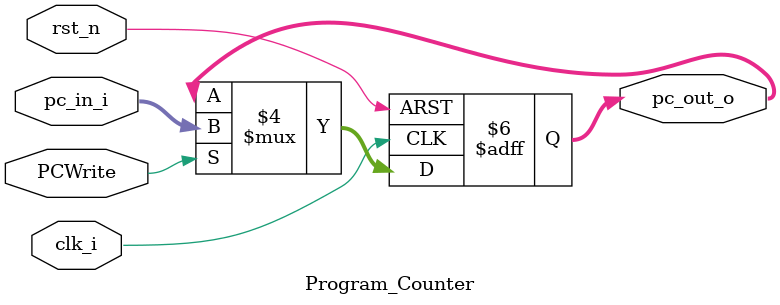
<source format=v>
module Program_Counter( clk_i, rst_n, PCWrite, pc_in_i, pc_out_o );
     
//I/O ports
input           clk_i;
input	        rst_n;
input 			PCWrite;
input  [32-1:0] pc_in_i;
output [32-1:0] pc_out_o;
 
//Internal Signals
reg    [32-1:0] pc_out_o;

//Main function
always @(posedge clk_i or negedge rst_n) begin
    if(~rst_n)
	    pc_out_o <= 0;
	else if(PCWrite)
	    pc_out_o <= pc_in_i;
	else 
		pc_out_o <= pc_out_o;
end

endmodule
</source>
